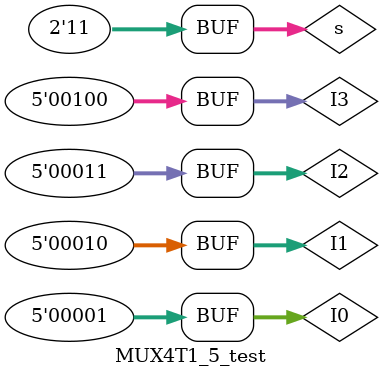
<source format=v>
`timescale 1ns / 1ps


module MUX4T1_5_test;

	// Inputs
	reg [1:0] s;
	reg [4:0] I0;
	reg [4:0] I1;
	reg [4:0] I2;
	reg [4:0] I3;

	// Outputs
	wire [4:0] o;

	// Instantiate the Unit Under Test (UUT)
	MUX4T1_5 uut (
		.s(s), 
		.I0(I0), 
		.I1(I1), 
		.I2(I2), 
		.I3(I3), 
		.o(o)
	);

	initial begin
		// Initialize Inputs
		s = 0;
		I0 = 0;
		I1 = 0;
		I2 = 0;
		I3 = 0;

		// Wait 100 ns for global reset to finish
		#100;
      I0 = 1;
		I1 = 2;
		I2 = 3;
		I3 = 4;
		
		#100;
		s = 1;
		#100;
		s = 2;
		#100;
		s = 3;
        
		// Add stimulus here

	end
      
endmodule


</source>
